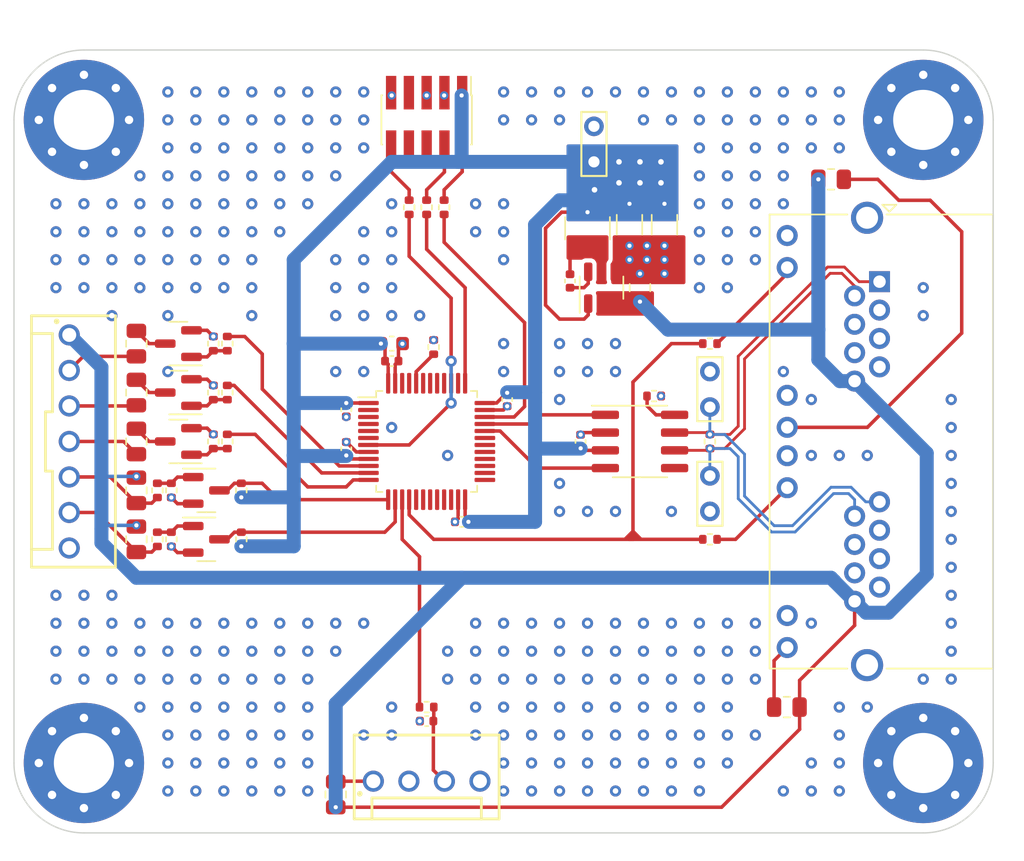
<source format=kicad_pcb>
(kicad_pcb (version 20211014) (generator pcbnew)
  (layers (0 "F.Cu" signal) (1 "In1.Cu" signal) (2 "In2.Cu" signal) (31 "B.Cu" signal) (34 "B.Paste" user) (35 "F.Paste" user) (36 "B.SilkS" user "B.Silkscreen") (37 "F.SilkS" user "F.Silkscreen") (38 "B.Mask" user) (39 "F.Mask" user) (44 "Edge.Cuts" user))
  (net 0 "")
  (net 1 "+24V")
  (net 2 "GND")
  (net 3 "+3V3")
  (net 4 "Net-(C8-Pad1)")
  (net 5 "Net-(C8-Pad2)")
  (net 6 "/SWDIO_CONN")
  (net 7 "/SWCLK_CONN")
  (net 11 "/NRST_CONN")
  (net 12 "/CAN+")
  (net 13 "/CAN-")
  (net 14 "Net-(C11-Pad1)")
  (net 15 "/ALM+")
  (net 16 "/LED1")
  (net 17 "/LED2")
  (net 18 "/POS+")
  (net 19 "/ENA-")
  (net 20 "/LED3")
  (net 21 "/LED4")
  (net 22 "Net-(R1-Pad1)")
  (net 23 "/SWDIO")
  (net 24 "/NRST")
  (net 25 "/SWCLK")
  (net 26 "/DIR-")
  (net 32 "/PUL-")
  (net 33 "Net-(J3-Pad1)")
  (net 38 "Net-(Q1-Pad1)")
  (net 52 "/CAN_RX")
  (net 53 "/CAN_TX")
  (net 63 "Net-(Q1-Pad3)")
  (net 64 "Net-(Q2-Pad1)")
  (net 65 "Net-(Q2-Pad3)")
  (net 66 "Net-(Q3-Pad1)")
  (net 67 "Net-(Q3-Pad3)")
  (net 68 "Net-(Q4-Pad1)")
  (net 69 "/POS_MCU")
  (net 70 "Net-(Q5-Pad1)")
  (net 71 "/ALM_MCU")
  (net 72 "/PUL_MCU")
  (net 73 "/DIR_MCU")
  (net 74 "/ENA_MCU")
  (net 75 "/HOME")
  (net 76 "Net-(R24-Pad1)")
  (net 77 "/STATUS")
  (footprint "Capacitor_SMD:C_1206_3216Metric" (layer "F.Cu") (at 159.5 83.5 -90)
    (fp_text reference "C10")
    (fp_text value "22u")
  )
  (footprint "Package_TO_SOT_SMD:SOT-23" (layer "F.Cu") (at 126.75 106)
    (fp_text reference "Q5")
    (fp_text value "AO3400A")
  )
  (footprint "Resistor_SMD:R_0402_1005Metric" (layer "F.Cu") (at 128.25 99 -90)
    (fp_text reference "R7")
    (fp_text value "1k")
  )
  (footprint "WR-WTB:61900711121" (layer "F.Cu") (at 117.25 99 90)
    (fp_text reference "J2")
    (fp_text value "Conn_01x07")
  )
  (footprint "Package_TO_SOT_SMD:TSOT-23-6" (layer "F.Cu") (at 155 88 90)
    (fp_text reference "U2")
    (fp_text value "AP63200WU")
  )
  (footprint "MountingHole:MountingHole_4.3mm_M4_Pad_Via" (layer "F.Cu") (at 118 122)
    (fp_text reference "H2")
    (fp_text value "M4")
  )
  (footprint "Resistor_SMD:R_0805_2012Metric" (layer "F.Cu") (at 136 124.25 90)
    (fp_text reference "R23")
    (fp_text value "2.2k 500mW")
  )
  (footprint "Resistor_SMD:R_0402_1005Metric" (layer "F.Cu") (at 128.25 92 -90)
    (fp_text reference "R5")
    (fp_text value "1k")
  )
  (footprint "Package_TO_SOT_SMD:SOT-23" (layer "F.Cu") (at 124.75 99 180)
    (fp_text reference "Q3")
    (fp_text value "AO3400A")
  )
  (footprint "MountingHole:MountingHole_4.3mm_M4_Pad_Via" (layer "F.Cu") (at 178 122)
    (fp_text reference "H1")
    (fp_text value "M4")
  )
  (footprint "Resistor_SMD:R_0402_1005Metric" (layer "F.Cu") (at 141.25 82.25 -90)
    (fp_text reference "R3")
    (fp_text value "100")
  )
  (footprint "Capacitor_SMD:C_0603_1608Metric" (layer "F.Cu") (at 140.005 92)
    (fp_text reference "C1")
    (fp_text value "4.7u")
  )
  (footprint "Resistor_SMD:R_0402_1005Metric" (layer "F.Cu") (at 142.5 82.25 -90)
    (fp_text reference "R4")
    (fp_text value "100")
  )
  (footprint "Package_QFP:LQFP-48_7x7mm_P0.5mm" (layer "F.Cu") (at 142.5 99)
    (fp_text reference "U1")
    (fp_text value "STM32F103C8Tx")
  )
  (footprint "TestPoint:TestPoint_2Pads_Pitch2.54mm_Drill0.8mm" (layer "F.Cu") (at 154.46 76.46 -90)
    (fp_text reference "TP1")
    (fp_text value "TestPoint_3V3")
  )
  (footprint "Capacitor_SMD:C_0402_1005Metric" (layer "F.Cu") (at 140.005 93.25)
    (fp_text reference "C2")
    (fp_text value "100n")
  )
  (footprint "Resistor_SMD:R_0402_1005Metric" (layer "F.Cu") (at 123.25 106 -90)
    (fp_text reference "R19")
    (fp_text value "1k")
  )
  (footprint "Resistor_SMD:R_0402_1005Metric" (layer "F.Cu") (at 162.75 106)
    (fp_text reference "R26")
    (fp_text value "330")
  )
  (footprint "Capacitor_SMD:C_0402_1005Metric" (layer "F.Cu") (at 153.5 99 90)
    (fp_text reference "C12")
    (fp_text value "100n")
  )
  (footprint "Resistor_SMD:R_0402_1005Metric" (layer "F.Cu") (at 127.25 92 90)
    (fp_text reference "R8")
    (fp_text value "10k")
  )
  (footprint "MountingHole:MountingHole_4.3mm_M4_Pad_Via" (layer "F.Cu") (at 178 76)
    (fp_text reference "H4")
    (fp_text value "M4")
  )
  (footprint "WR-WTB:61900411121" (layer "F.Cu") (at 142.5 123 180)
    (fp_text reference "J3")
    (fp_text value "Conn_01x04")
  )
  (footprint "Capacitor_SMD:C_0402_1005Metric" (layer "F.Cu") (at 145.005 104.75 180)
    (fp_text reference "C5")
    (fp_text value "100n")
  )
  (footprint "Resistor_SMD:R_0805_2012Metric" (layer "F.Cu") (at 121.75 102.5 -90)
    (fp_text reference "R21")
    (fp_text value "2.2k 500mW")
  )
  (footprint "Resistor_SMD:R_0402_1005Metric" (layer "F.Cu") (at 127.25 95.5 90)
    (fp_text reference "R9")
    (fp_text value "10k")
  )
  (footprint "Capacitor_SMD:C_1206_3216Metric" (layer "F.Cu") (at 157 83.5 -90)
    (fp_text reference "C9")
    (fp_text value "22u")
  )
  (footprint "Resistor_SMD:R_0402_1005Metric" (layer "F.Cu") (at 124.25 106 -90)
    (fp_text reference "R17")
    (fp_text value "10k")
  )
  (footprint "Resistor_SMD:R_0402_1005Metric" (layer "F.Cu") (at 158.76 95.75)
    (fp_text reference "R24")
    (fp_text value "10k")
  )
  (footprint "Resistor_SMD:R_0805_2012Metric" (layer "F.Cu") (at 121.75 92 90)
    (fp_text reference "R11")
    (fp_text value "2.2k 500mW")
  )
  (footprint "Resistor_SMD:R_0402_1005Metric" (layer "F.Cu") (at 162.75 92)
    (fp_text reference "R25")
    (fp_text value "330")
  )
  (footprint "Resistor_SMD:R_0402_1005Metric" (layer "F.Cu") (at 162.75 99 90)
    (fp_text reference "R27")
    (fp_text value "120")
  )
  (footprint "Resistor_SMD:R_0805_2012Metric" (layer "F.Cu") (at 171.4125 80.25)
    (fp_text reference "R28")
    (fp_text value "2.2k 500mW")
  )
  (footprint "Connector_PinHeader_1.27mm:PinHeader_2x05_P1.27mm_Vertical_SMD" (layer "F.Cu") (at 142.5 76 -90)
    (fp_text reference "J1")
    (fp_text value "Conn_02x05_Odd_Even")
  )
  (footprint "Inductor_SMD:L_Abracon_ASPI-3012S" (layer "F.Cu") (at 154 83.75 90)
    (fp_text reference "L1")
    (fp_text value "3.9uH")
  )
  (footprint "Resistor_SMD:R_0402_1005Metric" (layer "F.Cu") (at 129.25 102.5 90)
    (fp_text reference "R14")
    (fp_text value "10k")
  )
  (footprint "Resistor_SMD:R_0402_1005Metric" (layer "F.Cu") (at 143.75 82.25 -90)
    (fp_text reference "R2")
    (fp_text value "100")
  )
  (footprint "Capacitor_SMD:C_0402_1005Metric" (layer "F.Cu") (at 148.255 96 -90)
    (fp_text reference "C4")
    (fp_text value "100n")
  )
  (footprint "Package_SO:SOIC-8_3.9x4.9mm_P1.27mm" (layer "F.Cu") (at 157.75 99)
    (fp_text reference "U3")
    (fp_text value "SN65HVD230")
  )
  (footprint "Capacitor_SMD:C_0402_1005Metric" (layer "F.Cu") (at 136.755 96.73 -90)
    (fp_text reference "C7")
    (fp_text value "100n")
  )
  (footprint "Resistor_SMD:R_0402_1005Metric" (layer "F.Cu") (at 143 92.25 90)
    (fp_text reference "R1")
    (fp_text value "10k")
  )
  (footprint "Capacitor_SMD:C_0402_1005Metric" (layer "F.Cu") (at 152.75 87.52 90)
    (fp_text reference "C8")
    (fp_text value "100n")
  )
  (footprint "Resistor_SMD:R_0805_2012Metric" (layer "F.Cu") (at 121.75 95.5 90)
    (fp_text reference "R12")
    (fp_text value "2.2k 500mW")
  )
  (footprint "Connector_RJ:RJ45_Amphenol_RJHSE538X-02" (layer "F.Cu") (at 174.875 87.57 -90)
    (fp_text reference "J4")
    (fp_text value "RJ45_LED_Shielded_x2")
  )
  (footprint "TestPoint:TestPoint_2Pads_Pitch2.54mm_Drill0.8mm" (layer "F.Cu") (at 162.75 94 -90)
    (fp_text reference "TP2")
    (fp_text value "TestPoint_CANH")
  )
  (footprint "Resistor_SMD:R_0402_1005Metric" (layer "F.Cu") (at 128.25 95.5 -90)
    (fp_text reference "R6")
    (fp_text value "1k")
  )
  (footprint "MountingHole:MountingHole_4.3mm_M4_Pad_Via" (layer "F.Cu") (at 118 76)
    (fp_text reference "H3")
    (fp_text value "M4")
  )
  (footprint "TestPoint:TestPoint_2Pads_Pitch2.54mm_Drill0.8mm" (layer "F.Cu") (at 162.75 104 90)
    (fp_text reference "TP3")
    (fp_text value "TestPoint_CANL")
  )
  (footprint "Capacitor_SMD:C_0402_1005Metric" (layer "F.Cu") (at 142.5 119 180)
    (fp_text reference "C11")
    (fp_text value "1u")
  )
  (footprint "Capacitor_SMD:C_0805_2012Metric" (layer "F.Cu") (at 157.75 88 90)
    (fp_text reference "C3")
    (fp_text value "10u")
  )
  (footprint "Resistor_SMD:R_0805_2012Metric" (layer "F.Cu") (at 168.25 118 180)
    (fp_text reference "R29")
    (fp_text value "2.2k 500mW")
  )
  (footprint "Package_TO_SOT_SMD:SOT-23" (layer "F.Cu") (at 124.75 92 180)
    (fp_text reference "Q1")
    (fp_text value "AO3400A")
  )
  (footprint "Package_TO_SOT_SMD:SOT-23" (layer "F.Cu") (at 126.75 102.5)
    (fp_text reference "Q4")
    (fp_text value "AO3400A")
  )
  (footprint "Resistor_SMD:R_0402_1005Metric" (layer "F.Cu") (at 127.25 99 90)
    (fp_text reference "R10")
    (fp_text value "10k")
  )
  (footprint "Resistor_SMD:R_0402_1005Metric" (layer "F.Cu") (at 123.25 102.5 -90)
    (fp_text reference "R18")
    (fp_text value "1k")
  )
  (footprint "Package_TO_SOT_SMD:SOT-23" (layer "F.Cu") (at 124.75 95.5 180)
    (fp_text reference "Q2")
    (fp_text value "AO3400A")
  )
  (footprint "Resistor_SMD:R_0402_1005Metric" (layer "F.Cu") (at 129.25 106 90)
    (fp_text reference "R15")
    (fp_text value "10k")
  )
  (footprint "Resistor_SMD:R_0805_2012Metric" (layer "F.Cu") (at 121.75 99 90)
    (fp_text reference "R13")
    (fp_text value "2.2k 500mW")
  )
  (footprint "Resistor_SMD:R_0402_1005Metric" (layer "F.Cu") (at 142.5 118)
    (fp_text reference "R20")
    (fp_text value "1k")
  )
  (footprint "Capacitor_SMD:C_0402_1005Metric" (layer "F.Cu") (at 136.755 99.52 90)
    (fp_text reference "C6")
    (fp_text value "100n")
  )
  (footprint "Resistor_SMD:R_0805_2012Metric" (layer "F.Cu") (at 121.75 106 -90)
    (fp_text reference "R22")
    (fp_text value "2.2k 500mW")
  )
  (footprint "Resistor_SMD:R_0402_1005Metric" (layer "F.Cu") (at 124.25 102.5 -90)
    (fp_text reference "R16")
    (fp_text value "10k")
  )
  (gr_arc (start 178 71) (mid 181.535534 72.464466) (end 183 76) (layer "Edge.Cuts") (width 0.1))
  (gr_line (start 183 122) (end 183 76) (layer "Edge.Cuts") (width 0.1))
  (gr_line (start 178 71) (end 118 71) (layer "Edge.Cuts") (width 0.1))
  (gr_line (start 113 76) (end 113 122) (layer "Edge.Cuts") (width 0.1))
  (gr_line (start 118 127) (end 178 127) (layer "Edge.Cuts") (width 0.1))
  (gr_arc (start 118 127) (mid 114.464466 125.535534) (end 113 122) (layer "Edge.Cuts") (width 0.1))
  (gr_arc (start 113 76) (mid 114.464466 72.464466) (end 118 71) (layer "Edge.Cuts") (width 0.1))
  (gr_arc (start 183 122) (mid 181.535534 125.535534) (end 178 127) (layer "Edge.Cuts") (width 0.1))
  (segment (start 136 125.1625) (end 163.5875 125.1625) (width 0.25) (layer "F.Cu") (net 1))
  (segment (start 169.1625 119.5875) (end 169.1625 118) (width 0.25) (layer "F.Cu") (net 1))
  (segment (start 163.5875 125.1625) (end 169.1625 119.5875) (width 0.25) (layer "F.Cu") (net 1))
  (segment (start 173.095 112.155) (end 173.095 110.432) (width 0.25) (layer "F.Cu") (net 1))
  (segment (start 169.1625 116.0875) (end 173.095 112.155) (width 0.25) (layer "F.Cu") (net 1))
  (segment (start 169.1625 118) (end 169.1625 116.0875) (width 0.25) (layer "F.Cu") (net 1))
  (via (at 136 125.1625) (size 0.6) (drill 0.3) (layers "F.Cu" "B.Cu") (net 1))
  (via (at 157.75 89) (size 0.6) (drill 0.3) (layers "F.Cu" "B.Cu") (net 1))
  (via (at 170.5 80.25) (size 0.6) (drill 0.3) (layers "F.Cu" "B.Cu") (net 1))
  (via (at 121.75 101.5) (size 0.6) (drill 0.3) (layers "F.Cu" "B.Cu") (net 1))
  (via (at 121.75 105) (size 0.6) (drill 0.3) (layers "F.Cu" "B.Cu") (net 1))
  (segment (start 159.75 91) (end 157.75 89) (width 1) (layer "B.Cu") (net 1))
  (segment (start 136 125.1625) (end 136 117.75) (width 1) (layer "B.Cu") (net 1))
  (segment (start 175.5 111.25) (end 173.913 111.25) (width 1) (layer "B.Cu") (net 1))
  (segment (start 170.5 91) (end 170.5 93.14766) (width 1) (layer "B.Cu") (net 1))
  (segment (start 178.25 99.837) (end 178.25 108.5) (width 1) (layer "B.Cu") (net 1))
  (segment (start 145 108.75) (end 171.413 108.75) (width 1) (layer "B.Cu") (net 1))
  (segment (start 173.913 111.25) (end 173.095 110.432) (width 1) (layer "B.Cu") (net 1))
  (segment (start 172.03434 94.682) (end 173.095 94.682) (width 1) (layer "B.Cu") (net 1))
  (segment (start 170.5 80.25) (end 170.5 91) (width 1) (layer "B.Cu") (net 1))
  (segment (start 145 108.75) (end 121.75 108.75) (width 1) (layer "B.Cu") (net 1))
  (segment (start 170.5 91) (end 159.75 91) (width 1) (layer "B.Cu") (net 1))
  (segment (start 121.75 101.5) (end 119.5 101.5) (width 0.25) (layer "B.Cu") (net 1))
  (segment (start 173.095 94.682) (end 178.25 99.837) (width 1) (layer "B.Cu") (net 1))
  (segment (start 171.413 108.75) (end 171.645489 108.982489) (width 1) (layer "B.Cu") (net 1))
  (segment (start 121.75 105) (end 119.5 105) (width 0.25) (layer "B.Cu") (net 1))
  (segment (start 170.5 93.14766) (end 172.03434 94.682) (width 1) (layer "B.Cu") (net 1))
  (segment (start 178.25 108.5) (end 175.5 111.25) (width 1) (layer "B.Cu") (net 1))
  (segment (start 171.645489 109.000408) (end 173.077081 110.432) (width 1) (layer "B.Cu") (net 1))
  (segment (start 119.5 105) (end 119.25 105.25) (width 0.25) (layer "B.Cu") (net 1))
  (segment (start 119.25 105.25) (end 119.25 101.25) (width 1) (layer "B.Cu") (net 1))
  (segment (start 173.077081 110.432) (end 173.095 110.432) (width 1) (layer "B.Cu") (net 1))
  (segment (start 136 117.75) (end 145 108.75) (width 1) (layer "B.Cu") (net 1))
  (segment (start 119.25 93.68) (end 116.95 91.38) (width 1) (layer "B.Cu") (net 1))
  (segment (start 119.25 106.25) (end 119.25 105.25) (width 1) (layer "B.Cu") (net 1))
  (segment (start 119.5 101.5) (end 119.25 101.25) (width 0.25) (layer "B.Cu") (net 1))
  (segment (start 121.75 108.75) (end 119.25 106.25) (width 1) (layer "B.Cu") (net 1))
  (segment (start 171.645489 108.982489) (end 171.645489 109.000408) (width 1) (layer "B.Cu") (net 1))
  (segment (start 119.25 101.25) (end 119.25 93.68) (width 1) (layer "B.Cu") (net 1))
  (segment (start 126.81 98.05) (end 127.25 98.49) (width 0.25) (layer "F.Cu") (net 2))
  (segment (start 144.75 104.525) (end 144.525 104.75) (width 0.25) (layer "F.Cu") (net 2))
  (segment (start 126.81 94.55) (end 127.25 94.99) (width 0.25) (layer "F.Cu") (net 2))
  (segment (start 126.81 91.05) (end 127.25 91.49) (width 0.25) (layer "F.Cu") (net 2))
  (segment (start 124.69 106.95) (end 124.25 106.51) (width 0.25) (layer "F.Cu") (net 2))
  (segment (start 147.985 96.75) (end 148.255 96.48) (width 0.25) (layer "F.Cu") (net 2))
  (segment (start 140.25 93.485) (end 140.485 93.25) (width 0.25) (layer "F.Cu") (net 2))
  (segment (start 125.8125 103.45) (end 125.8 103.45) (width 0.25) (layer "F.Cu") (net 2))
  (segment (start 124.69 103.45) (end 124.25 103.01) (width 0.25) (layer "F.Cu") (net 2))
  (segment (start 153.655 98.365) (end 153.51 98.51) (width 0.25) (layer "F.Cu") (net 2))
  (segment (start 140.765 92.015) (end 140.78 92) (width 0.25) (layer "F.Cu") (net 2))
  (segment (start 137.47193 99.75) (end 136.76193 99.04) (width 0.25) (layer "F.Cu") (net 2))
  (segment (start 125.8125 106.95) (end 124.69 106.95) (width 0.25) (layer "F.Cu") (net 2))
  (segment (start 125.8 103.45) (end 124.69 103.45) (width 0.25) (layer "F.Cu") (net 2))
  (segment (start 155.275 98.365) (end 153.655 98.365) (width 0.25) (layer "F.Cu") (net 2))
  (segment (start 153.51 98.51) (end 153.5 98.52) (width 0.25) (layer "F.Cu") (net 2))
  (segment (start 136.76193 99.04) (end 136.755 99.04) (width 0.25) (layer "F.Cu") (net 2))
  (segment (start 125.6875 91.05) (end 126.81 91.05) (width 0.25) (layer "F.Cu") (net 2))
  (segment (start 140.25 94.8375) (end 140.25 93.485) (width 0.25) (layer "F.Cu") (net 2))
  (segment (start 140.485 92.295) (end 140.765 92.015) (width 0.25) (layer "F.Cu") (net 2))
  (segment (start 125.6875 98.05) (end 126.81 98.05) (width 0.25) (layer "F.Cu") (net 2))
  (segment (start 125.6875 94.55) (end 126.81 94.55) (width 0.25) (layer "F.Cu") (net 2))
  (segment (start 146.6625 96.75) (end 147.985 96.75) (width 0.25) (layer "F.Cu") (net 2))
  (segment (start 138.3375 99.75) (end 137.47193 99.75) (width 0.25) (layer "F.Cu") (net 2))
  (segment (start 140.485 93.25) (end 140.485 92.295) (width 0.25) (layer "F.Cu") (net 2))
  (segment (start 144.75 103.1625) (end 144.75 104.525) (width 0.25) (layer "F.Cu") (net 2))
  (via (at 126 88) (size 0.8) (drill 0.4) (layers "F.Cu" "B.Cu") (net 2))
  (via (at 164 78) (size 0.8) (drill 0.4) (layers "F.Cu" "B.Cu") (net 2))
  (via (at 118 82) (size 0.8) (drill 0.4) (layers "F.Cu" "B.Cu") (net 2))
  (via (at 122 82) (size 0.8) (drill 0.4) (layers "F.Cu" "B.Cu") (net 2))
  (via (at 132 82) (size 0.8) (drill 0.4) (layers "F.Cu" "B.Cu") (net 2))
  (via (at 130 86) (size 0.8) (drill 0.4) (layers "F.Cu" "B.Cu") (net 2))
  (via (at 138 112) (size 0.8) (drill 0.4) (layers "F.Cu" "B.Cu") (net 2))
  (via (at 130 76) (size 0.8) (drill 0.4) (layers "F.Cu" "B.Cu") (net 2))
  (via (at 116 84) (size 0.8) (drill 0.4) (layers "F.Cu" "B.Cu") (net 2))
  (via (at 166 82) (size 0.8) (drill 0.4) (layers "F.Cu" "B.Cu") (net 2))
  (via (at 144 116) (size 0.8) (drill 0.4) (layers "F.Cu" "B.Cu") (net 2))
  (via (at 120 82) (size 0.8) (drill 0.4) (layers "F.Cu" "B.Cu") (net 2))
  (via (at 150 116) (size 0.8) (drill 0.4) (layers "F.Cu" "B.Cu") (net 2))
  (via (at 164 76) (size 0.8) (drill 0.4) (layers "F.Cu" "B.Cu") (net 2))
  (via (at 166 120) (size 0.8) (drill 0.4) (layers "F.Cu" "B.Cu") (net 2))
  (via (at 162 88) (size 0.8) (drill 0.4) (layers "F.Cu" "B.Cu") (net 2))
  (via (at 130 124) (size 0.8) (drill 0.4) (layers "F.Cu" "B.Cu") (net 2))
  (via (at 116 86) (size 0.8) (drill 0.4) (layers "F.Cu" "B.Cu") (net 2))
  (via (at 122 86) (size 0.8) (drill 0.4) (layers "F.Cu" "B.Cu") (net 2))
  (via (at 152 124) (size 0.8) (drill 0.4) (layers "F.Cu" "B.Cu") (net 2))
  (via (at 180 104) (size 0.8) (drill 0.4) (layers "F.Cu" "B.Cu") (net 2))
  (via (at 138 94) (size 0.8) (drill 0.4) (layers "F.Cu" "B.Cu") (net 2))
  (via (at 126 86) (size 0.8) (drill 0.4) (layers "F.Cu" "B.Cu") (net 2))
  (via (at 178 88) (size 0.8) (drill 0.4) (layers "F.Cu" "B.Cu") (net 2))
  (via (at 143 91.75) (size 0.6) (drill 0.3) (layers "F.Cu" "B.Cu") (net 2))
  (via (at 130 116) (size 0.8) (drill 0.4) (layers "F.Cu" "B.Cu") (net 2))
  (via (at 156 94) (size 0.8) (drill 0.4) (layers "F.Cu" "B.Cu") (net 2))
  (via (at 162 82) (size 0.8) (drill 0.4) (layers "F.Cu" "B.Cu") (net 2))
  (via (at 170 78) (size 0.8) (drill 0.4) (layers "F.Cu" "B.Cu") (net 2))
  (via (at 128 112) (size 0.8) (drill 0.4) (layers "F.Cu" "B.Cu") (net 2))
  (via (at 162 122) (size 0.8) (drill 0.4) (layers "F.Cu" "B.Cu") (net 2))
  (via (at 146 82) (size 0.8) (drill 0.4) (layers "F.Cu" "B.Cu") (net 2))
  (via (at 156 120) (size 0.8) (drill 0.4) (layers "F.Cu" "B.Cu") (net 2))
  (via (at 138 90) (size 0.8) (drill 0.4) (layers "F.Cu" "B.Cu") (net 2))
  (via (at 118 114) (size 0.8) (drill 0.4) (layers "F.Cu" "B.Cu") (net 2))
  (via (at 138 88) (size 0.8) (drill 0.4) (layers "F.Cu" "B.Cu") (net 2))
  (via (at 158 114) (size 0.8) (drill 0.4) (layers "F.Cu" "B.Cu") (net 2))
  (via (at 130 84) (size 0.8) (drill 0.4) (layers "F.Cu" "B.Cu") (net 2))
  (via (at 136 90) (size 0.8) (drill 0.4) (layers "F.Cu" "B.Cu") (net 2))
  (via (at 158 120) (size 0.8) (drill 0.4) (layers "F.Cu" "B.Cu") (net 2))
  (via (at 130 88) (size 0.8) (drill 0.4) (layers "F.Cu" "B.Cu") (net 2))
  (via (at 140 82) (size 0.8) (drill 0.4) (layers "F.Cu" "B.Cu") (net 2))
  (via (at 172 122) (size 0.8) (drill 0.4) (layers "F.Cu" "B.Cu") (net 2))
  (via (at 124 86) (size 0.8) (drill 0.4) (layers "F.Cu" "B.Cu") (net 2))
  (via (at 154 92) (size 0.8) (drill 0.4) (layers "F.Cu" "B.Cu") (net 2))
  (via (at 136 114) (size 0.8) (drill 0.4) (layers "F.Cu" "B.Cu") (net 2))
  (via (at 126 112) (size 0.8) (drill 0.4) (layers "F.Cu" "B.Cu") (net 2))
  (via (at 180 102) (size 0.8) (drill 0.4) (layers "F.Cu" "B.Cu") (net 2))
  (via (at 150 76) (size 0.8) (drill 0.4) (layers "F.Cu" "B.Cu") (net 2))
  (via (at 130 112) (size 0.8) (drill 0.4) (layers "F.Cu" "B.Cu") (net 2))
  (via (at 158 116) (size 0.8) (drill 0.4) (layers "F.Cu" "B.Cu") (net 2))
  (via (at 138 74) (size 0.8) (drill 0.4) (layers "F.Cu" "B.Cu") (net 2))
  (via (at 156 74) (size 0.8) (drill 0.4) (layers "F.Cu" "B.Cu") (net 2))
  (via (at 124 74) (size 0.8) (drill 0.4) (layers "F.Cu" "B.Cu") (net 2))
  (via (at 178 116) (size 0.8) (drill 0.4) (layers "F.Cu" "B.Cu") (net 2))
  (via (at 118 86) (size 0.8) (drill 0.4) (layers "F.Cu" "B.Cu") (net 2))
  (via (at 138 76) (size 0.8) (drill 0.4) (layers "F.Cu" "B.Cu") (net 2))
  (via (at 140 120) (size 0.8) (drill 0.4) (layers "F.Cu" "B.Cu") (net 2))
  (via (at 152 114) (size 0.8) (drill 0.4) (layers "F.Cu" "B.Cu") (net 2))
  (via (at 157.75 87) (size 0.6) (drill 0.3) (layers "F.Cu" "B.Cu") (net 2))
  (via (at 159.25 95.75) (size 0.6) (drill 0.3) (layers "F.Cu" "B.Cu") (net 2))
  (via (at 132 124) (size 0.8) (drill 0.4) (layers "F.Cu" "B.Cu") (net 2))
  (via (at 159.5 86) (size 0.6) (drill 0.3) (layers "F.Cu" "B.Cu") (net 2))
  (via (at 128 82) (size 0.8) (drill 0.4) (layers "F.Cu" "B.Cu") (net 2))
  (via (at 164 120) (size 0.8) (drill 0.4) (layers "F.Cu" "B.Cu") (net 2))
  (via (at 174 100) (size 0.8) (drill 0.4) (layers "F.Cu" "B.Cu") (net 2))
  (via (at 134 80) (size 0.8) (drill 0.4) (layers "F.Cu" "B.Cu") (net 2))
  (via (at 148 94) (size 0.8) (drill 0.4) (layers "F.Cu" "B.Cu") (net 2))
  (via (at 164 112) (size 0.8) (drill 0.4) (layers "F.Cu" "B.Cu") (net 2))
  (via (at 138 84) (size 0.8) (drill 0.4) (layers "F.Cu" "B.Cu") (net 2))
  (via (at 158 76) (size 0.8) (drill 0.4) (layers "F.Cu" "B.Cu") (net 2))
  (via (at 164 80) (size 0.8) (drill 0.4) (layers "F.Cu" "B.Cu") (net 2))
  (via (at 130 90) (size 0.8) (drill 0.4) (layers "F.Cu" "B.Cu") (net 2))
  (via (at 116 114) (size 0.8) (drill 0.4) (layers "F.Cu" "B.Cu") (net 2))
  (via (at 160 76) (size 0.8) (drill 0.4) (layers "F.Cu" "B.Cu") (net 2))
  (via (at 162 124) (size 0.8) (drill 0.4) (layers "F.Cu" "B.Cu") (net 2))
  (via (at 154 116) (size 0.8) (drill 0.4) (layers "F.Cu" "B.Cu") (net 2))
  (via (at 164 82) (size 0.8) (drill 0.4) (layers "F.Cu" "B.Cu") (net 2))
  (via (at 156 92) (size 0.8) (drill 0.4) (layers "F.Cu" "B.Cu") (net 2))
  (via (at 160 112) (size 0.8) (drill 0.4) (layers "F.Cu" "B.Cu") (net 2))
  (via (at 124 88) (size 0.8) (drill 0.4) (layers "F.Cu" "B.Cu") (net 2))
  (via (at 154 122) (size 0.8) (drill 0.4) (layers "F.Cu" "B.Cu") (net 2))
  (via (at 170 76) (size 0.8) (drill 0.4) (layers "F.Cu" "B.Cu") (net 2))
  (via (at 150 118) (size 0.8) (drill 0.4) (layers "F.Cu" "B.Cu") (net 2))
  (via (at 158.25 85) (size 0.6) (drill 0.3) (layers "F.Cu" "B.Cu") (net 2))
  (via (at 124 112) (size 0.8) (drill 0.4) (layers "F.Cu" "B.Cu") (net 2))
  (via (at 150 74) (size 0.8) (drill 0.4) (layers "F.Cu" "B.Cu") (net 2))
  (via (at 158 112) (size 0.8) (drill 0.4) (layers "F.Cu" "B.Cu") (net 2))
  (via (at 144.525 104.75) (size 0.6) (drill 0.3) (layers "F.Cu" "B.Cu") (net 2))
  (via (at 126 124) (size 0.8) (drill 0.4) (layers "F.Cu" "B.Cu") (net 2))
  (via (at 158.25 86) (size 0.6) (drill 0.3) (layers "F.Cu" "B.Cu") (net 2))
  (via (at 152 92) (size 0.8) (drill 0.4) (layers "F.Cu" "B.Cu") (net 2))
  (via (at 140 84) (size 0.8) (drill 0.4) (layers "F.Cu" "B.Cu") (net 2))
  (via (at 156 124) (size 0.8) (drill 0.4) (layers "F.Cu" "B.Cu") (net 2))
  (via (at 142.5 74.25) (size 0.6) (drill 0.3) (layers "F.Cu" "B.Cu") (net 2))
  (via (at 154 112) (size 0.8) (drill 0.4) (layers "F.Cu" "B.Cu") (net 2))
  (via (at 126 114) (size 0.8) (drill 0.4) (layers "F.Cu" "B.Cu") (net 2))
  (via (at 170 96) (size 0.8) (drill 0.4) (layers "F.Cu" "B.Cu") (net 2))
  (via (at 164 114) (size 0.8) (drill 0.4) (layers "F.Cu" "B.Cu") (net 2))
  (via (at 128 122) (size 0.8) (drill 0.4) (layers "F.Cu" "B.Cu") (net 2))
  (via (at 138 120) (size 0.8) (drill 0.4) (layers "F.Cu" "B.Cu") (net 2))
  (via (at 168 82) (size 0.8) (drill 0.4) (layers "F.Cu" "B.Cu") (net 2))
  (via (at 168 94) (size 0.8) (drill 0.4) (layers "F.Cu" "B.Cu") (net 2))
  (via (at 136 76) (size 0.8) (drill 0.4) (layers "F.Cu" "B.Cu") (net 2))
  (via (at 164 88) (size 0.8) (drill 0.4) (layers "F.Cu" "B.Cu") (net 2))
  (via (at 132 80) (size 0.8) (drill 0.4) (layers "F.Cu" "B.Cu") (net 2))
  (via (at 136 88) (size 0.8) (drill 0.4) (layers "F.Cu" "B.Cu") (net 2))
  (via (at 148 76) (size 0.8) (drill 0.4) (layers "F.Cu" "B.Cu") (net 2))
  (via (at 134 124) (size 0.8) (drill 0.4) (layers "F.Cu" "B.Cu") (net 2))
  (via (at 152 112) (size 0.8) (drill 0.4) (layers "F.Cu" "B.Cu") (net 2))
  (via (at 130 114) (size 0.8) (drill 0.4) (layers "F.Cu" "B.Cu") (net 2))
  (via (at 130 122) (size 0.8) (drill 0.4) (layers "F.Cu" "B.Cu") (net 2))
  (via (at 136 74) (size 0.8) (drill 0.4) (layers "F.Cu" "B.Cu") (net 2))
  (via (at 162 114) (size 0.8) (drill 0.4) (layers "F.Cu" "B.Cu") (net 2))
  (via (at 126 82) (size 0.8) (drill 0.4) (layers "F.Cu" "B.Cu") (net 2))
  (via (at 128 86) (size 0.8) (drill 0.4) (layers "F.Cu" "B.Cu") (net 2))
  (via (at 120 114) (size 0.8) (drill 0.4) (layers "F.Cu" "B.Cu") (net 2))
  (via (at 164 86) (size 0.8) (drill 0.4) (layers "F.Cu" "B.Cu") (net 2))
  (via (at 154 124) (size 0.8) (drill 0.4) (layers "F.Cu" "B.Cu") (net 2))
  (via (at 148 112) (size 0.8) (drill 0.4) (layers "F.Cu" "B.Cu") (net 2))
  (via (at 156 114) (size 0.8) (drill 0.4) (layers "F.Cu" "B.Cu") (net 2))
  (via (at 154 74) (size 0.8) (drill 0.4) (layers "F.Cu" "B.Cu") (net 2))
  (via (at 120 88) (size 0.8) (drill 0.4) (layers "F.Cu" "B.Cu") (net 2))
  (via (at 124 114) (size 0.8) (drill 0.4) (layers "F.Cu" "B.Cu") (net 2))
  (via (at 157 86) (size 0.6) (drill 0.3) (layers "F.Cu" "B.Cu") (net 2))
  (via (at 134 76) (size 0.8) (drill 0.4) (layers "F.Cu" "B.Cu") (net 2))
  (via (at 144 100) (size 0.8) (drill 0.4) (layers "F.Cu" "B.Cu") (net 2))
  (via (at 116 82) (size 0.8) (drill 0.4) (layers "F.Cu" "B.Cu") (net 2))
  (via (at 164 118) (size 0.8) (drill 0.4) (layers "F.Cu" "B.Cu") (net 2))
  (via (at 118 116) (size 0.8) (drill 0.4) (layers "F.Cu" "B.Cu") (net 2))
  (via (at 148.255 96.48) (size 0.6) (drill 0.3) (layers "F.Cu" "B.Cu") (net 2))
  (via (at 154 104) (size 0.8) (drill 0.4) (layers "F.Cu" "B.Cu") (net 2))
  (via (at 170 74) (size 0.8) (drill 0.4) (layers "F.Cu" "B.Cu") (net 2))
  (via (at 166 74) (size 0.8) (drill 0.4) (layers "F.Cu" "B.Cu") (net 2))
  (via (at 172 120) (size 0.8) (drill 0.4) (layers "F.Cu" "B.Cu") (net 2))
  (via (at 152 74) (size 0.8) (drill 0.4) (layers "F.Cu" "B.Cu") (net 2))
  (via (at 156 116) (size 0.8) (drill 0.4) (layers "F.Cu" "B.Cu") (net 2))
  (via (at 168 74) (size 0.8) (drill 0.4) (layers "F.Cu" "B.Cu") (net 2))
  (via (at 162 78) (size 0.8) (drill 0.4) (layers "F.Cu" "B.Cu") (net 2))
  (via (at 148 124) (size 0.8) (drill 0.4) (layers "F.Cu" "B.Cu") (net 2))
  (via (at 120 116) (size 0.8) (drill 0.4) (layers "F.Cu" "B.Cu") (net 2))
  (via (at 128 74) (size 0.8) (drill 0.4) (layers "F.Cu" "B.Cu") (net 2))
  (via (at 172 76) (size 0.8) (drill 0.4) (layers "F.Cu" "B.Cu") (net 2))
  (via (at 122 84) (size 0.8) (drill 0.4) (layers "F.Cu" "B.Cu") (net 2))
  (via (at 116 112) (size 0.8) (drill 0.4) (layers "F.Cu" "B.Cu") (net 2))
  (via (at 120 84) (size 0.8) (drill 0.4) (layers "F.Cu" "B.Cu") (net 2))
  (via (at 146 120) (size 0.8) (drill 0.4) (layers "F.Cu" "B.Cu") (net 2))
  (via (at 116 116) (size 0.8) (drill 0.4) (layers "F.Cu" "B.Cu") (net 2))
  (via (at 140 88) (size 0.8) (drill 0.4) (layers "F.Cu" "B.Cu") (net 2))
  (via (at 122 88) (size 0.8) (drill 0.4) (layers "F.Cu" "B.Cu") (net 2))
  (via (at 132 120) (size 0.8) (drill 0.4) (layers "F.Cu" "B.Cu") (net 2))
  (via (at 148 82) (size 0.8) (drill 0.4) (layers "F.Cu" "B.Cu") (net 2))
  (via (at 162 116) (size 0.8) (drill 0.4) (layers "F.Cu" "B.Cu") (net 2))
  (via (at 152 104) (size 0.8) (drill 0.4) (layers "F.Cu" "B.Cu") (net 2))
  (via (at 124 124) (size 0.8) (drill 0.4) (layers "F.Cu" "B.Cu") (net 2))
  (via (at 154 120) (size 0.8) (drill 0.4) (layers "F.Cu" "B.Cu") (net 2))
  (via (at 124 82) (size 0.8) (drill 0.4) (layers "F.Cu" "B.Cu") (net 2))
  (via (at 152 94) (size 0.8) (drill 0.4) (layers "F.Cu" "B.Cu") (net 2))
  (via (at 148 116) (size 0.8) (drill 0.4) (layers "F.Cu" "B.Cu") (net 2))
  (via (at 118 110) (size 0.8) (drill 0.4) (layers "F.Cu" "B.Cu") (net 2))
  (via (at 134 78) (size 0.8) (drill 0.4) (layers "F.Cu" "B.Cu") (net 2))
  (via (at 132 74) (size 0.8) (drill 0.4) (layers "F.Cu" "B.Cu") (net 2))
  (via (at 130 118) (size 0.8) (drill 0.4) (layers "F.Cu" "B.Cu") (net 2))
  (via (at 136 94) (size 0.8) (drill 0.4) (layers "F.Cu" "B.Cu") (net 2))
  (via (at 128 88) (size 0.8) (drill 0.4) (layers "F.Cu" "B.Cu") (net 2))
  (via (at 132 112) (size 0.8) (drill 0.4) (layers "F.Cu" "B.Cu") (net 2))
  (via (at 162 112) (size 0.8) (drill 0.4) (layers "F.Cu" "B.Cu") (net 2))
  (via (at 162 84) (size 0.8) (drill 0.4) (layers "F.Cu" "B.Cu") (net 2))
  (via (at 134 82) (size 0.8) (drill 0.4) (layers "F.Cu" "B.Cu") (net 2))
  (via (at 166 86) (size 0.8) (drill 0.4) (layers "F.Cu" "B.Cu") (net 2))
  (via (at 128 114) (size 0.8) (drill 0.4) (layers "F.Cu" "B.Cu") (net 2))
  (via (at 143.75 74.25) (size 0.6) (drill 0.3) (layers "F.Cu" "B.Cu") (net 2))
  (via (at 172 74) (size 0.8) (drill 0.4) (layers "F.Cu" "B.Cu") (net 2))
  (via (at 160 114) (size 0.8) (drill 0.4) (layers "F.Cu" "B.Cu") (net 2))
  (via (at 126 80) (size 0.8) (drill 0.4) (layers "F.Cu" "B.Cu") (net 2))
  (via (at 159.5 85) (size 0.6) (drill 0.3) (layers "F.Cu" "B.Cu") (net 2))
  (via (at 180 106) (size 0.8) (drill 0.4) (layers "F.Cu" "B.Cu") (net 2))
  (via (at 126 84) (size 0.8) (drill 0.4) (layers "F.Cu" "B.Cu") (net 2))
  (via (at 142 90) (size 0.8) (drill 0.4) (layers "F.Cu" "B.Cu") (net 2))
  (via (at 148 118) (size 0.8) (drill 0.4) (layers "F.Cu" "B.Cu") (net 2))
  (via (at 118 88) (size 0.8) (drill 0.4) (layers "F.Cu" "B.Cu") (net 2))
  (via (at 154 94) (size 0.8) (drill 0.4) (layers "F.Cu" "B.Cu") (net 2))
  (via (at 156 118) (size 0.8) (drill 0.4) (layers "F.Cu" "B.Cu") (net 2))
  (via (at 124 94) (size 0.8) (drill 0.4) (layers "F.Cu" "B.Cu") (net 2))
  (via (at 142 119) (size 0.6) (drill 0.3) (layers "F.Cu" "B.Cu") (net 2))
  (via (at 136.75 97.25) (size 0.6) (drill 0.3) (layers "F.Cu" "B.Cu") (net 2))
  (via (at 136 112) (size 0.8) (drill 0.4) (layers "F.Cu" "B.Cu") (net 2))
  (via (at 126 122) (size 0.8) (drill 0.4) (layers "F.Cu" "B.Cu") (net 2))
  (via (at 180 96) (size 0.8) (drill 0.4) (layers "F.Cu" "B.Cu") (net 2))
  (via (at 136.755 99.04) (size 0.6) (drill 0.3) (layers "F.Cu" "B.Cu") (net 2))
  (via (at 132 84) (size 0.8) (drill 0.4) (layers "F.Cu" "B.Cu") (net 2))
  (via (at 168 78) (size 0.8) (drill 0.4) (layers "F.Cu" "B.Cu") (net 2))
  (via (at 146 118) (size 0.8) (drill 0.4) (layers "F.Cu" "B.Cu") (net 2))
  (via (at 170 100) (size 0.8) (drill 0.4) (layers "F.Cu" "B.Cu") (net 2))
  (via (at 134 116) (size 0.8) (drill 0.4) (layers "F.Cu" "B.Cu") (net 2))
  (via (at 130 78) (size 0.8) (drill 0.4) (layers "F.Cu" "B.Cu") (net 2))
  (via (at 148 74) (size 0.8) (drill 0.4) (layers "F.Cu" "B.Cu") (net 2))
  (via (at 158 122) (size 0.8) (drill 0.4) (layers "F.Cu" "B.Cu") (net 2))
  (via (at 150 114) (size 0.8) (drill 0.4) (layers "F.Cu" "B.Cu") (net 2))
  (via (at 154 114) (size 0.8) (drill 0.4) (layers "F.Cu" "B.Cu") (net 2))
  (via (at 180 108) (size 0.8) (drill 0.4) (layers "F.Cu" "B.Cu") (net 2))
  (via (at 134 112) (size 0.8) (drill 0.4) (layers "F.Cu" "B.Cu") (net 2))
  (via (at 122 114) (size 0.8) (drill 0.4) (layers "F.Cu" "B.Cu") (net 2))
  (via (at 132 114) (size 0.8) (drill 0.4) (layers "F.Cu" "B.Cu") (net 2))
  (via (at 148 114) (size 0.8) (drill 0.4) (layers "F.Cu" "B.Cu") (net 2))
  (via (at 140 90) (size 0.8) (drill 0.4) (layers "F.Cu" "B.Cu") (net 2))
  (via (at 148 92) (size 0.8) (drill 0.4) (layers "F.Cu" "B.Cu") (net 2))
  (via (at 157 85) (size 0.6) (drill 0.3) (layers "F.Cu" "B.Cu") (net 2))
  (via (at 130 82) (size 0.8) (drill 0.4) (layers "F.Cu" "B.Cu") (net 2))
  (via (at 164 122) (size 0.8) (drill 0.4) (layers "F.Cu" "B.Cu") (net 2))
  (via (at 158 74) (size 0.8) (drill 0.4) (layers "F.Cu" "B.Cu") (net 2))
  (via (at 146 116) (size 0.8) (drill 0.4) (layers "F.Cu" "B.Cu") (net 2))
  (via (at 180 98) (size 0.8) (drill 0.4) (layers "F.Cu" "B.Cu") (net 2))
  (via (at 124 84) (size 0.8) (drill 0.4) (layers "F.Cu" "B.Cu") (net 2))
  (via (at 128 78) (size 0.8) (drill 0.4) (layers "F.Cu" "B.Cu") (net 2))
  (via (at 162 118) (size 0.8) (drill 0.4) (layers "F.Cu" "B.Cu") (net 2))
  (via (at 160 120) (size 0.8) (drill 0.4) (layers "F.Cu" "B.Cu") (net 2))
  (via (at 160 118) (size 0.8) (drill 0.4) (layers "F.Cu" "B.Cu") (net 2))
  (via (at 152 120) (size 0.8) (drill 0.4) (layers "F.Cu" "B.Cu") (net 2))
  (via (at 168 124) (size 0.8) (drill 0.4) (layers "F.Cu" "B.Cu") (net 2))
  (via (at 148 120) (size 0.8) (drill 0.4) (layers "F.Cu" "B.Cu") (net 2))
  (via (at 158 124) (size 0.8) (drill 0.4) (layers "F.Cu" "B.Cu") (net 2))
  (via (at 126 116) (size 0.8) (drill 0.4) (layers "F.Cu" "B.Cu") (net 2))
  (via (at 152 122) (size 0.8) (drill 0.4) (layers "F.Cu" "B.Cu") (net 2))
  (via (at 122 80) (size 0.8) (drill 0.4) (layers "F.Cu" "B.Cu") (net 2))
  (via (at 154 118) (size 0.8) (drill 0.4) (layers "F.Cu" "B.Cu") (net 2))
  (via (at 162 86) (size 0.8) (drill 0.4) (layers "F.Cu" "B.Cu") (net 2))
  (via (at 152 102) (size 0.8) (drill 0.4) (layers "F.Cu" "B.Cu") (net 2))
  (via (at 160 74) (size 0.8) (drill 0.4) (layers "F.Cu" "B.Cu") (net 2))
  (via (at 127.25 98.49) (size 0.6) (drill 0.3) (layers "F.Cu" "B.Cu") (net 2))
  (via (at 174 118) (size 0.8) (drill 0.4) (layers "F.Cu" "B.Cu") (net 2))
  (via (at 150 120) (size 0.8) (drill 0.4) (layers "F.Cu" "B.Cu") (net 2))
  (via (at 166 78) (size 0.8) (drill 0.4) (layers "F.Cu" "B.Cu") (net 2))
  (via (at 164 116) (size 0.8) (drill 0.4) (layers "F.Cu" "B.Cu") (net 2))
  (via (at 134 122) (size 0.8) (drill 0.4) (layers "F.Cu" "B.Cu") (net 2))
  (via (at 150 112) (size 0.8) (drill 0.4) (layers "F.Cu" "B.Cu") (net 2))
  (via (at 164 74) (size 0.8) (drill 0.4) (layers "F.Cu" "B.Cu") (net 2))
  (via (at 178 90) (size 0.8) (drill 0.4) (layers "F.Cu" "B.Cu") (net 2))
  (via (at 160 116) (size 0.8) (drill 0.4) (layers "F.Cu" "B.Cu") (net 2))
  (via (at 150 122) (size 0.8) (drill 0.4) (layers "F.Cu" "B.Cu") (net 2))
  (via (at 127.25 91.49) (size 0.6) (drill 0.3) (layers "F.Cu" "B.Cu") (net 2))
  (via (at 180 116) (size 0.8) (drill 0.4) (layers "F.Cu" "B.Cu") (net 2))
  (via (at 164 84) (size 0.8) (drill 0.4) (layers "F.Cu" "B.Cu") (net 2))
  (via (at 160 124) (size 0.8) (drill 0.4) (layers "F.Cu" "B.Cu") (net 2))
  (via (at 124 120) (size 0.8) (drill 0.4) (layers "F.Cu" "B.Cu") (net 2))
  (via (at 124 118) (size 0.8) (drill 0.4) (layers "F.Cu" "B.Cu") (net 2))
  (via (at 158 118) (size 0.8) (drill 0.4) (layers "F.Cu" "B.Cu") (net 2))
  (via (at 162 74) (size 0.8) (drill 0.4) (layers "F.Cu" "B.Cu") (net 2))
  (via (at 120 112) (size 0.8) (drill 0.4) (layers "F.Cu" "B.Cu") (net 2))
  (via (at 127.25 94.99) (size 0.6) (drill 0.3) (layers "F.Cu" "B.Cu") (net 2))
  (via (at 116 88) (size 0.8) (drill 0.4) (layers "F.Cu" "B.Cu") (net 2))
  (via (at 122 118) (size 0.8) (drill 0.4) (layers "F.Cu" "B.Cu") (net 2))
  (via (at 118 112) (size 0.8) (drill 0.4) (layers "F.Cu" "B.Cu") (net 2))
  (via (at 159.5 87) (size 0.6) (drill 0.3) (layers "F.Cu" "B.Cu") (net 2))
  (via (at 128 116) (size 0.8) (drill 0.4) (layers "F.Cu" "B.Cu") (net 2))
  (via (at 124 90) (size 0.8) (drill 0.4) (layers "F.Cu" "B.Cu") (net 2))
  (via (at 140 86) (size 0.8) (drill 0.4) (layers "F.Cu" "B.Cu") (net 2))
  (via (at 166 84) (size 0.8) (drill 0.4) (layers "F.Cu" "B.Cu") (net 2))
  (via (at 166 112) (size 0.8) (drill 0.4) (layers "F.Cu" "B.Cu") (net 2))
  (via (at 172 100) (size 0.8) (drill 0.4) (layers "F.Cu" "B.Cu") (net 2))
  (via (at 132 118) (size 0.8) (drill 0.4) (layers "F.Cu" "B.Cu") (net 2))
  (via (at 168 80) (size 0.8) (drill 0.4) (layers "F.Cu" "B.Cu") (net 2))
  (via (at 153.51 98.51) (size 0.6) (drill 0.3) (layers "F.Cu" "B.Cu") (net 2))
  (via (at 124 78) (size 0.8) (drill 0.4) (layers "F.Cu" "B.Cu") (net 2))
  (via (at 134 74) (size 0.8) (drill 0.4) (layers "F.Cu" "B.Cu") (net 2))
  (via (at 170 122) (size 0.8) (drill 0.4) (layers "F.Cu" "B.Cu") (net 2))
  (via (at 128 76) (size 0.8) (drill 0.4) (layers "F.Cu" "B.Cu") (net 2))
  (via (at 126 78) (size 0.8) (drill 0.4) (layers "F.Cu" "B.Cu") (net 2))
  (via (at 122 112) (size 0.8) (drill 0.4) (layers "F.Cu" "B.Cu") (net 2))
  (via (at 172 78) (size 0.8) (drill 0.4) (layers "F.Cu" "B.Cu") (net 2))
  (via (at 124.25 106.51) (size 0.6) (drill 0.3) (layers "F.Cu" "B.Cu") (net 2))
  (via (at 130 74) (size 0.8) (drill 0.4) (layers "F.Cu" "B.Cu") (net 2))
  (via (at 124 76) (size 0.8) (drill 0.4) (layers "F.Cu" "B.Cu") (net 2))
  (via (at 126 118) (size 0.8) (drill 0.4) (layers "F.Cu" "B.Cu") (net 2))
  (via (at 124 80) (size 0.8) (drill 0.4) (layers "F.Cu" "B.Cu") (net 2))
  (via (at 124.25 103.01) (size 0.6) (drill 0.3) (layers "F.Cu" "B.Cu") (net 2))
  (via (at 132 116) (size 0.8) (drill 0.4) (layers "F.Cu" "B.Cu") (net 2))
  (via (at 166 76) (size 0.8) (drill 0.4) (layers "F.Cu" "B.Cu") (net 2))
  (via (at 152 118) (size 0.8) (drill 0.4) (layers "F.Cu" "B.Cu") (net 2))
  (via (at 160 122) (size 0.8) (drill 0.4) (layers "F.Cu" "B.Cu") (net 2))
  (via (at 144 114) (size 0.8) (drill 0.4) (layers "F.Cu" "B.Cu") (net 2))
  (via (at 152 96) (size 0.8) (drill 0.4) (layers "F.Cu" "B.Cu") (net 2))
  (via (at 148 122) (size 0.8) (drill 0.4) (layers "F.Cu" "B.Cu") (net 2))
  (via (at 146 114) (size 0.8) (drill 0.4) (layers "F.Cu" "B.Cu") (net 2))
  (via (at 118 84) (size 0.8) (drill 0.4) (layers "F.Cu" "B.Cu") (net 2))
  (via (at 146 112) (size 0.8) (drill 0.4) (layers "F.Cu" "B.Cu") (net 2))
  (via (at 152 76) (size 0.8) (drill 0.4) (layers "F.Cu" "B.Cu") (net 2))
  (via (at 128 84) (size 0.8) (drill 0.4) (layers "F.Cu" "B.Cu") (net 2))
  (via (at 126 120) (size 0.8) (drill 0.4) (layers "F.Cu" "B.Cu") (net 2))
  (via (at 172 124) (size 0.8) (drill 0.4) (layers "F.Cu" "B.Cu") (net 2))
  (via (at 162 120) (size 0.8) (drill 0.4) (layers "F.Cu" "B.Cu") (net 2))
  (via (at 132 78) (size 0.8) (drill 0.4) (layers "F.Cu" "B.Cu") (net 2))
  (via (at 162 80) (size 0.8) (drill 0.4) (layers "F.Cu" "B.Cu") (net 2))
  (via (at 140.765 92.015) (size 0.6) (drill 0.3) (layers "F.Cu" "B.Cu") (net 2))
  (via (at 134 114) (size 0.8) (drill 0.4) (layers "F.Cu" "B.Cu") (net 2))
  (via (at 180 112) (size 0.8) (drill 0.4) (layers "F.Cu" "B.Cu") (net 2))
  (via (at 156 122) (size 0.8) (drill 0.4) (layers "F.Cu" "B.Cu") (net 2))
  (via (at 136 78) (size 0.8) (drill 0.4) (layers "F.Cu" "B.Cu") (net 2))
  (via (at 166 80) (size 0.8) (drill 0.4) (layers "F.Cu" "B.Cu") (net 2))
  (via (at 134 120) (size 0.8) (drill 0.4) (layers "F.Cu" "B.Cu") (net 2))
  (via (at 132 122) (size 0.8) (drill 0.4) (layers "F.Cu" "B.Cu") (net 2))
  (via (at 140 98) (size 0.8) (drill 0.4) (layers "F.Cu" "B.Cu") (net 2))
  (via (at 138 86) (size 0.8) (drill 0.4) (layers "F.Cu" "B.Cu") (net 2))
  (via (at 146 84) (size 0.8) (drill 0.4) (layers "F.Cu" "B.Cu") (net 2))
  (via (at 124 122) (size 0.8) (drill 0.4) (layers "F.Cu" "B.Cu") (net 2))
  (via (at 180 114) (size 0.8) (drill 0.4) (layers "F.Cu" "B.Cu") (net 2))
  (via (at 128 124) (size 0.8) (drill 0.4) (layers "F.Cu" "B.Cu") (net 2))
  (via (at 116 110) (size 0.8) (drill 0.4) (layers "F.Cu" "B.Cu") (net 2))
  (via (at 128 120) (size 0.8) (drill 0.4) (layers "F.Cu" "B.Cu") (net 2))
  (via (at 136 86) (size 0.8) (drill 0.4) (layers "F.Cu" "B.Cu") (net 2))
  (via (at 128 80) (size 0.8) (drill 0.4) (layers "F.Cu" "B.Cu") (net 2))
  (via (at 126 74) (size 0.8) (drill 0.4) (layers "F.Cu" "B.Cu") (net 2))
  (via (at 132 76) (size 0.8) (drill 0.4) (layers "F.Cu" "B.Cu") (net 2))
  (via (at 166 116) (size 0.8) (drill 0.4) (layers "F.Cu" "B.Cu") (net 2))
  (via (at 180 110) (size 0.8) (drill 0.4) (layers "F.Cu" "B.Cu") (net 2))
  (via (at 136 80) (size 0.8) (drill 0.4) (layers "F.Cu" "B.Cu") (net 2))
  (via (at 148 86) (size 0.8) (drill 0.4) (layers "F.Cu" "B.Cu") (net 2))
  (via (at 148 84) (size 0.8) (drill 0.4) (layers "F.Cu" "B.Cu") (net 2))
  (via (at 120 86) (size 0.8) (drill 0.4) (layers "F.Cu" "B.Cu") (net 2))
  (via (at 140 118) (size 0.8) (drill 0.4) (layers "F.Cu" "B.Cu") (net 2))
  (via (at 172 118) (size 0.8) (drill 0.4) (layers "F.Cu" "B.Cu") (net 2))
  (via (at 128 118) (size 0.8) (drill 0.4) (layers "F.Cu" "B.Cu") (net 2))
  (via (at 170 124) (size 0.8) (drill 0.4) (layers "F.Cu" "B.Cu") (net 2))
  (via (at 138 78) (size 0.8) (drill 0.4) (layers "F.Cu" "B.Cu") (net 2))
  (via (at 156 104) (size 0.8) (drill 0.4) (layers "F.Cu" "B.Cu") (net 2))
  (via (at 156 112) (size 0.8) (drill 0.4) (layers "F.Cu" "B.Cu") (net 2))
  (via (at 134 118) (size 0.8) (drill 0.4) (layers "F.Cu" "B.Cu") (net 2))
  (via (at 150 124) (size 0.8) (drill 0.4) (layers "F.Cu" "B.Cu") (net 2))
  (via (at 120 110) (size 0.8) (drill 0.4) (layers "F.Cu" "B.Cu") (net 2))
  (via (at 124 116) (size 0.8) (drill 0.4) (layers "F.Cu" "B.Cu") (net 2))
  (via (at 120 90) (size 0.8) (drill 0.4) (layers "F.Cu" "B.Cu") (net 2))
  (via (at 122 116) (size 0.8) (drill 0.4) (layers "F.Cu" "B.Cu") (net 2))
  (via (at 152 116) (size 0.8) (drill 0.4) (layers "F.Cu" "B.Cu") (net 2))
  (via (at 160 104) (size 0.8) (drill 0.4) (layers "F.Cu" "B.Cu") (net 2))
  (via (at 168 76) (size 0.8) (drill 0.4) (layers "F.Cu" "B.Cu") (net 2))
  (via (at 130 80) (size 0.8) (drill 0.4) (layers "F.Cu" "B.Cu") (net 2))
  (via (at 126 76) (size 0.8) (drill 0.4) (layers "F.Cu" "B.Cu") (net 2))
  (via (at 166 114) (size 0.8) (drill 0.4) (layers "F.Cu" "B.Cu") (net 2))
  (via (at 170 112) (size 0.8) (drill 0.4) (layers "F.Cu" "B.Cu") (net 2))
  (via (at 130 120) (size 0.8) (drill 0.4) (layers "F.Cu" "B.Cu") (net 2))
  (via (at 180 100) (size 0.8) (drill 0.4) (layers "F.Cu" "B.Cu") (net 2))
  (via (at 140 74.25) (size 0.6) (drill 0.3) (layers "F.Cu" "B.Cu") (net 2))
  (via (at 162 76) (size 0.8) (drill 0.4) (layers "F.Cu" "B.Cu") (net 2))
  (segment (start 154.05 89.95) (end 154.05 89.1375) (width 0.25) (layer "F.Cu") (net 3))
  (segment (start 155.275 99.635) (end 153.655 99.635) (width 0.25) (layer "F.Cu") (net 3))
  (segment (start 152.15 82.6) (end 151 83.75) (width 0.25) (layer "F.Cu") (net 3))
  (segment (start 154 82.6) (end 152.15 82.6) (width 0.25) (layer "F.Cu") (net 3))
  (segment (start 146.6625 96.25) (end 147.5 96.25) (width 0.25) (layer "F.Cu") (net 3))
  (segment (start 147.5 96.25) (end 148.23 95.52) (width 0.25) (layer "F.Cu") (net 3))
  (segment (start 145.25 103.1625) (end 145.25 104.515) (width 0.25) (layer "F.Cu") (net 3))
  (segment (start 151 89.25) (end 152 90.25) (width 0.25) (layer "F.Cu") (net 3))
  (segment (start 145.25 104.515) (end 145.485 104.75) (width 0.25) (layer "F.Cu") (net 3))
  (segment (start 153.75 90.25) (end 154.05 89.95) (width 0.25) (layer "F.Cu") (net 3))
  (segment (start 139.525 93.25) (end 139.525 92.295) (width 0.25) (layer "F.Cu") (net 3))
  (segment (start 137.005 100.25) (end 138.3375 100.25) (width 0.25) (layer "F.Cu") (net 3))
  (segment (start 139.75 93.475) (end 139.525 93.25) (width 0.25) (layer "F.Cu") (net 3))
  (segment (start 153.655 99.635) (end 153.51 99.49) (width 0.25) (layer "F.Cu") (net 3))
  (segment (start 153.51 99.49) (end 153.5 99.48) (width 0.25) (layer "F.Cu") (net 3))
  (segment (start 148.23 95.52) (end 148.255 95.52) (width 0.25) (layer "F.Cu") (net 3))
  (segment (start 139.525 92.295) (end 139.23 92) (width 0.25) (layer "F.Cu") (net 3))
  (segment (start 139.75 94.8375) (end 139.75 93.475) (width 0.25) (layer "F.Cu") (net 3))
  (segment (start 136.755 100) (end 137.005 100.25) (width 0.25) (layer "F.Cu") (net 3))
  (segment (start 136.755 96.25) (end 138.3375 96.25) (width 0.25) (layer "F.Cu") (net 3))
  (segment (start 151 83.75) (end 151 89.25) (width 0.25) (layer "F.Cu") (net 3))
  (segment (start 152 90.25) (end 153.75 90.25) (width 0.25) (layer "F.Cu") (net 3))
  (via (at 153.51 99.49) (size 0.6) (drill 0.3) (layers "F.Cu" "B.Cu") (net 3))
  (via (at 136.755 100) (size 0.6) (drill 0.3) (layers "F.Cu" "B.Cu") (net 3))
  (via (at 159.25 79) (size 0.8) (drill 0.4) (layers "F.Cu" "B.Cu") (net 3))
  (via (at 159.25 80.5) (size 0.8) (drill 0.4) (layers "F.Cu" "B.Cu") (net 3))
  (via (at 154.5 81) (size 0.8) (drill 0.4) (layers "F.Cu" "B.Cu") (net 3))
  (via (at 129.25 106.5) (size 0.6) (drill 0.3) (layers "F.Cu" "B.Cu") (net 3))
  (via (at 145 74.25) (size 0.6) (drill 0.3) (layers "F.Cu" "B.Cu") (net 3))
  (via (at 156.25 79) (size 0.8) (drill 0.4) (layers "F.Cu" "B.Cu") (net 3))
  (via (at 129.25 103) (size 0.6) (drill 0.3) (layers "F.Cu" "B.Cu") (net 3))
  (via (at 145.485 104.75) (size 0.6) (drill 0.3) (layers "F.Cu" "B.Cu") (net 3))
  (via (at 157 82) (size 0.6) (drill 0.3) (layers "F.Cu" "B.Cu") (net 3))
  (via (at 159.5 82) (size 0.6) (drill 0.3) (layers "F.Cu" "B.Cu") (net 3))
  (via (at 157.75 80.5) (size 0.8) (drill 0.4) (layers "F.Cu" "B.Cu") (net 3))
  (via (at 148.255 95.52) (size 0.6) (drill 0.3) (layers "F.Cu" "B.Cu") (net 3))
  (via (at 156.25 80.5) (size 0.8) (drill 0.4) (layers "F.Cu" "B.Cu") (net 3))
  (via (at 136.755 96.25) (size 0.6) (drill 0.3) (layers "F.Cu" "B.Cu") (net 3))
  (via (at 154 82.6) (size 0.6) (drill 0.3) (layers "F.Cu" "B.Cu") (net 3))
  (via (at 139.23 92) (size 0.6) (drill 0.3) (layers "F.Cu" "B.Cu") (net 3))
  (via (at 157.75 79) (size 0.8) (drill 0.4) (layers "F.Cu" "B.Cu") (net 3))
  (segment (start 133 96.5) (end 133 100) (width 1) (layer "B.Cu") (net 3))
  (segment (start 152 81.75) (end 150.25 83.5) (width 1) (layer "B.Cu") (net 3))
  (segment (start 133 96.5) (end 133.25 96.25) (width 1) (layer "B.Cu") (net 3))
  (segment (start 153.75 81.75) (end 152 81.75) (width 1) (layer "B.Cu") (net 3))
  (segment (start 145 74.25) (end 145 78.75) (width 1) (layer "B.Cu") (net 3))
  (segment (start 150.25 95.5) (end 150.230489 95.480489) (width 1) (layer "B.Cu") (net 3))
  (segment (start 144.75 79) (end 140 79) (width 1) (layer "B.Cu") (net 3))
  (segment (start 150.25 104.75) (end 145.524511 104.75) (width 1) (layer "B.Cu") (net 3))
  (segment (start 133 106.5) (end 129.25 106.5) (width 1) (layer "B.Cu") (net 3))
  (segment (start 154.46 79) (end 144.75 79) (width 1) (layer "B.Cu") (net 3))
  (segment (start 150.25 95.5) (end 150.25 99.75) (width 1) (layer "B.Cu") (net 3))
  (segment (start 133.039511 100.039511) (end 136.755 100.039511) (width 1) (layer "B.Cu") (net 3))
  (segment (start 145 78.75) (end 144.75 79) (width 1) (layer "B.Cu") (net 3))
  (segment (start 133 100) (end 133.039511 100.039511) (width 1) (layer "B.Cu") (net 3))
  (segment (start 150.490489 99.509511) (end 153.51 99.509511) (width 1) (layer "B.Cu") (net 3))
  (segment (start 150.230489 95.480489) (end 148.255 95.480489) (width 1) (layer "B.Cu") (net 3))
  (segment (start 133 92) (end 139.23 92) (width 1) (layer "B.Cu") (net 3))
  (segment (start 133.25 96.25) (end 136.755 96.25) (width 1) (layer "B.Cu") (net 3))
  (segment (start 133 86) (end 133 92) (width 1) (layer "B.Cu") (net 3))
  (segment (start 140 79) (end 133 86) (width 1) (layer "B.Cu") (net 3))
  (segment (start 150.25 99.75) (end 150.490489 99.509511) (width 1) (layer "B.Cu") (net 3))
  (segment (start 133 100) (end 133 103) (width 1) (layer "B.Cu") (net 3))
  (segment (start 133 103) (end 133 106.5) (width 1) (layer "B.Cu") (net 3))
  (segment (start 154.5 81) (end 153.75 81.75) (width 1) (layer "B.Cu") (net 3))
  (segment (start 133 92) (end 133 96.5) (width 1) (layer "B.Cu") (net 3))
  (segment (start 150.25 83.5) (end 150.25 95.5) (width 1) (layer "B.Cu") (net 3))
  (segment (start 133 103) (end 129.25 103) (width 1) (layer "B.Cu") (net 3))
  (segment (start 150.25 99.75) (end 150.25 104.75) (width 1) (layer "B.Cu") (net 3))
  (segment (start 154.05 87.7) (end 154.05 86.8625) (width 0.25) (layer "F.Cu") (net 4))
  (segment (start 153.75 88) (end 154.05 87.7) (width 0.25) (layer "F.Cu") (net 4))
  (segment (start 152.75 88) (end 153.75 88) (width 0.25) (layer "F.Cu") (net 4))
  (segment (start 152.75 87.04) (end 152.75 85.5) (width 0.25) (layer "F.Cu") (net 5))
  (segment (start 153.35 84.9) (end 154 84.9) (width 0.25) (layer "F.Cu") (net 5))
  (segment (start 152.75 85.5) (end 153.35 84.9) (width 0.25) (layer "F.Cu") (net 5))
  (segment (start 143.75 81) (end 145.04 79.71) (width 0.25) (layer "F.Cu") (net 6))
  (segment (start 145.04 79.71) (end 145.04 77.95) (width 0.25) (layer "F.Cu") (net 6))
  (segment (start 143.75 81.74) (end 143.75 81) (width 0.25) (layer "F.Cu") (net 6))
  (segment (start 142.5 81) (end 143.77 79.73) (width 0.25) (layer "F.Cu") (net 7))
  (segment (start 143.77 79.73) (end 143.77 77.95) (width 0.25) (layer "F.Cu") (net 7))
  (segment (start 142.5 81.74) (end 142.5 81) (width 0.25) (layer "F.Cu") (net 7))
  (segment (start 141.25 81.74) (end 141.25 81) (width 0.25) (layer "F.Cu") (net 11))
  (segment (start 141.25 81) (end 139.96 79.71) (width 0.25) (layer "F.Cu") (net 11))
  (segment (start 139.96 79.71) (end 139.96 77.95) (width 0.25) (layer "F.Cu") (net 11))
  (segment (start 172.368199 86.525) (end 173.413199 87.57) (width 0.2) (layer "F.Cu") (net 12))
  (segment (start 164.775 97.9068) (end 164.775 92.9068) (width 0.2) (layer "F.Cu") (net 12))
  (segment (start 164.1818 98.5) (end 164.775 97.9068) (width 0.2) (layer "F.Cu") (net 12))
  (segment (start 171.1568 86.525) (end 172.368199 86.525) (width 0.2) (layer "F.Cu") (net 12))
  (segment (start 162.75 98.49) (end 162.76 98.5) (width 0.2) (layer "F.Cu") (net 12))
  (segment (start 164.775 92.9068) (end 171.1568 86.525) (width 0.2) (layer "F.Cu") (net 12))
  (segment (start 162.745 98.495) (end 162.75 98.49) (width 0.2) (layer "F.Cu") (net 12))
  (segment (start 160.225 98.365) (end 162.615 98.365) (width 0.2) (layer "F.Cu") (net 12))
  (segment (start 162.615 98.365) (end 162.745 98.495) (width 0.2) (layer "F.Cu") (net 12))
  (segment (start 173.413199 87.57) (end 174.875 87.57) (width 0.2) (layer "F.Cu") (net 12))
  (segment (start 162.76 98.5) (end 164.1818 98.5) (width 0.2) (layer "F.Cu") (net 12))
  (via (at 162.75 98.5) (size 0.6) (drill 0.3) (layers "F.Cu" "B.Cu") (net 12))
  (segment (start 168.6568 105.025) (end 167.3432 105.025) (width 0.2) (layer "B.Cu") (net 12))
  (segment (start 174.875 103.32) (end 173.8882 103.32) (width 0.2) (layer "B.Cu") (net 12))
  (segment (start 171.4068 102.275) (end 168.6568 105.025) (width 0.2) (layer "B.Cu") (net 12))
  (segment (start 165.225 99.9068) (end 163.8182 98.5) (width 0.2) (layer "B.Cu") (net 12))
  (segment (start 172.8432 102.275) (end 171.4068 102.275) (width 0.2) (layer "B.Cu") (net 12))
  (segment (start 163.8182 98.5) (end 162.75 98.5) (width 0.2) (layer "B.Cu") (net 12))
  (segment (start 162.75 98.5) (end 162.745 98.495) (width 0.2) (layer "B.Cu") (net 12))
  (segment (start 162.745 98.495) (end 162.745 96.545) (width 0.2) (layer "B.Cu") (net 12))
  (segment (start 173.8882 103.32) (end 172.8432 102.275) (width 0.2) (layer "B.Cu") (net 12))
  (segment (start 162.745 96.545) (end 162.75 96.54) (width 0.2) (layer "B.Cu") (net 12))
  (segment (start 165.225 102.9068) (end 165.225 99.9068) (width 0.2) (layer "B.Cu") (net 12))
  (segment (start 167.3432 105.025) (end 165.225 102.9068) (width 0.2) (layer "B.Cu") (net 12))
  (segment (start 165.225 93.0932) (end 171.3432 86.975) (width 0.2) (layer "F.Cu") (net 13))
  (segment (start 162.745 99.505) (end 162.75 99.51) (width 0.2) (layer "F.Cu") (net 13))
  (segment (start 160.225 99.635) (end 162.615 99.635) (width 0.2) (layer "F.Cu") (net 13))
  (segment (start 171.3432 86.975) (end 172.181801 86.975) (width 0.2) (layer "F.Cu") (net 13))
  (segment (start 162.76 99.5) (end 163.8182 99.5) (width 0.2) (layer "F.Cu") (net 13))
  (segment (start 162.75 99.51) (end 162.76 99.5) (width 0.2) (layer "F.Cu") (net 13))
  (segment (start 165.225 98.0932) (end 165.225 93.0932) (width 0.2) (layer "F.Cu") (net 13))
  (segment (start 172.181801 86.975) (end 173.095 87.888199) (width 0.2) (layer "F.Cu") (net 13))
  (segment (start 173.095 87.888199) (end 173.095 88.586) (width 0.2) (layer "F.Cu") (net 13))
  (segment (start 163.8182 99.5) (end 165.225 98.0932) (width 0.2) (layer "F.Cu") (net 13))
  (segment (start 162.615 99.635) (end 162.745 99.505) (width 0.2) (layer "F.Cu") (net 13))
  (via (at 162.745 99.505) (size 0.6) (drill 0.3) (layers "F.Cu" "B.Cu") (net 13))
  (segment (start 168.8432 105.475) (end 167.1568 105.475) (width 0.2) (layer "B.Cu") (net 13))
  (segment (start 173.095 104.336) (end 173.095 103.1632) (width 0.2) (layer "B.Cu") (net 13))
  (segment (start 164.775 100.0932) (end 164.1868 99.505) (width 0.2) (layer "B.Cu") (net 13))
  (segment (start 172.6568 102.725) (end 171.5932 102.725) (width 0.2) (layer "B.Cu") (net 13))
  (segment (start 167.1568 105.475) (end 164.775 103.0932) (width 0.2) (layer "B.Cu") (net 13))
  (segment (start 171.5932 102.725) (end 168.8432 105.475) (width 0.2) (layer "B.Cu") (net 13))
  (segment (start 162.745 99.505) (end 162.745 101.455) (width 0.2) (layer "B.Cu") (net 13))
  (segment (start 164.1868 99.505) (end 162.745 99.505) (width 0.2) (layer "B.Cu") (net 13))
  (segment (start 164.775 103.0932) (end 164.775 100.0932) (width 0.2) (layer "B.Cu") (net 13))
  (segment (start 173.095 103.1632) (end 172.6568 102.725) (width 0.2) (layer "B.Cu") (net 13))
  (segment (start 162.745 101.455) (end 162.75 101.46) (width 0.2) (layer "B.Cu") (net 13))
  (segment (start 142.98 119) (end 142.98 122.51) (width 0.25) (layer "F.Cu") (net 14))
  (segment (start 142.98 122.51) (end 143.77 123.3) (width 0.25) (layer "F.Cu") (net 14))
  (segment (start 143.01 118) (end 143.01 118.97) (width 0.25) (layer "F.Cu") (net 14))
  (segment (start 143.01 118.97) (end 142.98 119) (width 0.25) (layer "F.Cu") (net 14))
  (segment (start 116.95 104.08) (end 118.9175 104.08) (width 0.25) (layer "F.Cu") (net 15))
  (segment (start 118.9175 104.08) (end 121.75 106.9125) (width 0.25) (layer "F.Cu") (net 15))
  (segment (start 122.8475 106.9125) (end 123.25 106.51) (width 0.25) (layer "F.Cu") (net 15))
  (segment (start 121.75 106.9125) (end 122.8475 106.9125) (width 0.25) (layer "F.Cu") (net 15))
  (segment (start 168.275 86.985) (end 168.275 86.56) (width 0.25) (layer "F.Cu") (net 16))
  (segment (start 163.26 92) (end 168.275 86.985) (width 0.25) (layer "F.Cu") (net 16))
  (segment (start 180.75 91.25) (end 174.01 97.99) (width 0.25) (layer "F.Cu") (net 17))
  (segment (start 172.325 80.25) (end 174.75 80.25) (width 0.25) (layer "F.Cu") (net 17))
  (segment (start 174.75 80.25) (end 176.25 81.75) (width 0.25) (layer "F.Cu") (net 17))
  (segment (start 174.01 97.99) (end 168.275 97.99) (width 0.25) (layer "F.Cu") (net 17))
  (segment (start 176.25 81.75) (end 178.5 81.75) (width 0.25) (layer "F.Cu") (net 17))
  (segment (start 180.75 84) (end 180.75 91.25) (width 0.25) (layer "F.Cu") (net 17))
  (segment (start 178.5 81.75) (end 180.75 84) (width 0.25) (layer "F.Cu") (net 17))
  (segment (start 122.8475 103.4125) (end 123.25 103.01) (width 0.25) (layer "F.Cu") (net 18))
  (segment (start 119.8775 101.54) (end 121.75 103.4125) (width 0.25) (layer "F.Cu") (net 18))
  (segment (start 121.75 103.4125) (end 122.8475 103.4125) (width 0.25) (layer "F.Cu") (net 18))
  (segment (start 116.95 101.54) (end 119.8775 101.54) (width 0.25) (layer "F.Cu") (net 18))
  (segment (start 116.95 99) (end 120.8375 99) (width 0.25) (layer "F.Cu") (net 19))
  (segment (start 120.8375 99) (end 121.75 99.9125) (width 0.25) (layer "F.Cu") (net 19))
  (segment (start 164.585 106) (end 168.275 102.31) (width 0.25) (layer "F.Cu") (net 20))
  (segment (start 163.26 106) (end 164.585 106) (width 0.25) (layer "F.Cu") (net 20))
  (segment (start 167.3375 118) (end 167.3375 114.6775) (width 0.25) (layer "F.Cu") (net 21))
  (segment (start 167.3375 114.6775) (end 168.275 113.74) (width 0.25) (layer "F.Cu") (net 21))
  (segment (start 141.75 94.01) (end 143 92.76) (width 0.25) (layer "F.Cu") (net 22))
  (segment (start 141.75 94.8375) (end 141.75 94.01) (width 0.25) (layer "F.Cu") (net 22))
  (segment (start 149.5 90.5) (end 143.75 84.75) (width 0.25) (layer "F.Cu") (net 23))
  (segment (start 146.6625 97.25) (end 148.75 97.25) (width 0.25) (layer "F.Cu") (net 23))
  (segment (start 149.5 96.5) (end 149.5 90.5) (width 0.25) (layer "F.Cu") (net 23))
  (segment (start 148.75 97.25) (end 149.5 96.5) (width 0.25) (layer "F.Cu") (net 23))
  (segment (start 143.75 84.75) (end 143.75 82.76) (width 0.25) (layer "F.Cu") (net 23))
  (segment (start 144.25 96.25) (end 141.25 99.25) (width 0.25) (layer "F.Cu") (net 24))
  (segment (start 141.25 85.75) (end 141.25 82.76) (width 0.25) (layer "F.Cu") (net 24))
  (segment (start 141.25 99.25) (end 138.3375 99.25) (width 0.25) (layer "F.Cu") (net 24))
  (segment (start 144.25 88.75) (end 141.25 85.75) (width 0.25) (layer "F.Cu") (net 24))
  (segment (start 144.25 93.25) (end 144.25 88.75) (width 0.25) (layer "F.Cu") (net 24))
  (via (at 144.25 93.25) (size 0.8) (drill 0.4) (layers "F.Cu" "B.Cu") (net 24))
  (via (at 144.25 96.25) (size 0.8) (drill 0.4) (layers "F.Cu" "B.Cu") (net 24))
  (segment (start 144.25 96.25) (end 144.25 93.25) (width 0.25) (layer "B.Cu") (net 24))
  (segment (start 145.25 88) (end 142.5 85.25) (width 0.25) (layer "F.Cu") (net 25))
  (segment (start 145.25 94.8375) (end 145.25 88) (width 0.25) (layer "F.Cu") (net 25))
  (segment (start 142.5 85.25) (end 142.5 82.76) (width 0.25) (layer "F.Cu") (net 25))
  (segment (start 121.7025 96.46) (end 121.75 96.4125) (width 0.25) (layer "F.Cu") (net 26))
  (segment (start 116.95 96.46) (end 121.7025 96.46) (width 0.25) (layer "F.Cu") (net 26))
  (segment (start 116.95 93.92) (end 117.9575 92.9125) (width 0.25) (layer "F.Cu") (net 32))
  (segment (start 117.9575 92.9125) (end 121.75 92.9125) (width 0.25) (layer "F.Cu") (net 32))
  (segment (start 136.0375 123.3) (end 136 123.3375) (width 0.25) (layer "F.Cu") (net 33))
  (segment (start 138.69 123.3) (end 136.0375 123.3) (width 0.25) (layer "F.Cu") (net 33))
  (segment (start 125.6875 92.95) (end 126.81 92.95) (width 0.25) (layer "F.Cu") (net 38))
  (segment (start 126.81 92.95) (end 127.25 92.51) (width 0.25) (layer "F.Cu") (net 38))
  (segment (start 127.25 92.51) (end 128.25 92.51) (width 0.25) (layer "F.Cu") (net 38))
  (segment (start 147.75 98.25) (end 146.6625 98.25) (width 0.25) (layer "F.Cu") (net 52))
  (segment (start 150.405 100.905) (end 147.75 98.25) (width 0.25) (layer "F.Cu") (net 52))
  (segment (start 155.275 100.905) (end 150.405 100.905) (width 0.25) (layer "F.Cu") (net 52))
  (segment (start 149.925 97.75) (end 146.6625 97.75) (width 0.25) (layer "F.Cu") (net 53))
  (segment (start 155.275 97.095) (end 150.58 97.095) (width 0.25) (layer "F.Cu") (net 53))
  (segment (start 150.58 97.095) (end 149.925 97.75) (width 0.25) (layer "F.Cu") (net 53))
  (segment (start 123.8125 92) (end 122.6625 92) (width 0.25) (layer "F.Cu") (net 63))
  (segment (start 122.6625 92) (end 121.75 91.0875) (width 0.25) (layer "F.Cu") (net 63))
  (segment (start 126.81 96.45) (end 127.25 96.01) (width 0.25) (layer "F.Cu") (net 64))
  (segment (start 125.6875 96.45) (end 126.81 96.45) (width 0.25) (layer "F.Cu") (net 64))
  (segment (start 127.25 96.01) (end 128.25 96.01) (width 0.25) (layer "F.Cu") (net 64))
  (segment (start 123.8125 95.5) (end 122.6625 95.5) (width 0.25) (layer "F.Cu") (net 65))
  (segment (start 122.6625 95.5) (end 121.75 94.5875) (width 0.25) (layer "F.Cu") (net 65))
  (segment (start 125.6875 99.95) (end 126.81 99.95) (width 0.25) (layer "F.Cu") (net 66))
  (segment (start 127.25 99.51) (end 128.25 99.51) (width 0.25) (layer "F.Cu") (net 66))
  (segment (start 126.81 99.95) (end 127.25 99.51) (width 0.25) (layer "F.Cu") (net 66))
  (segment (start 123.8125 99) (end 122.6625 99) (width 0.25) (layer "F.Cu") (net 67))
  (segment (start 122.6625 99) (end 121.75 98.0875) (width 0.25) (layer "F.Cu") (net 67))
  (segment (start 125.8125 101.55) (end 124.69 101.55) (width 0.25) (layer "F.Cu") (net 68))
  (segment (start 124.69 101.55) (end 124.25 101.99) (width 0.25) (layer "F.Cu") (net 68))
  (segment (start 123.25 101.99) (end 124.25 101.99) (width 0.25) (layer "F.Cu") (net 68))
  (segment (start 130.74 101.99) (end 129.25 101.99) (width 0.25) (layer "F.Cu") (net 69))
  (segment (start 139.75 103.1625) (end 131.9125 103.1625) (width 0.25) (layer "F.Cu") (net 69))
  (segment (start 128.76 101.99) (end 128.25 102.5) (width 0.25) (layer "F.Cu") (net 69))
  (segment (start 128.25 102.5) (end 127.6875 102.5) (width 0.25) (layer "F.Cu") (net 69))
  (segment (start 131.9125 103.1625) (end 130.74 101.99) (width 0.25) (layer "F.Cu") (net 69))
  (segment (start 129.25 101.99) (end 128.76 101.99) (width 0.25) (layer "F.Cu") (net 69))
  (segment (start 124.69 105.05) (end 124.25 105.49) (width 0.25) (layer "F.Cu") (net 70))
  (segment (start 125.8125 105.05) (end 124.69 105.05) (width 0.25) (layer "F.Cu") (net 70))
  (segment (start 123.25 105.49) (end 124.25 105.49) (width 0.25) (layer "F.Cu") (net 70))
  (segment (start 127.6875 106) (end 128.25 106) (width 0.25) (layer "F.Cu") (net 71))
  (segment (start 140.25 103.1625) (end 140.25 104.75) (width 0.25) (layer "F.Cu") (net 71))
  (segment (start 128.25 106) (end 128.76 105.49) (width 0.25) (layer "F.Cu") (net 71))
  (segment (start 140.25 104.75) (end 139.51 105.49) (width 0.25) (layer "F.Cu") (net 71))
  (segment (start 128.76 105.49) (end 129.25 105.49) (width 0.25) (layer "F.Cu") (net 71))
  (segment (start 139.51 105.49) (end 129.25 105.49) (width 0.25) (layer "F.Cu") (net 71))
  (segment (start 136.25 100.75) (end 130.75 95.25) (width 0.25) (layer "F.Cu") (net 72))
  (segment (start 130.75 95.25) (end 130.75 92.75) (width 0.25) (layer "F.Cu") (net 72))
  (segment (start 129.49 91.49) (end 128.25 91.49) (width 0.25) (layer "F.Cu") (net 72))
  (segment (start 138.3375 100.75) (end 136.25 100.75) (width 0.25) (layer "F.Cu") (net 72))
  (segment (start 130.75 92.75) (end 129.49 91.49) (width 0.25) (layer "F.Cu") (net 72))
  (segment (start 138.3375 101.25) (end 135 101.25) (width 0.25) (layer "F.Cu") (net 73))
  (segment (start 135 101.25) (end 128.74 94.99) (width 0.25) (layer "F.Cu") (net 73))
  (segment (start 128.74 94.99) (end 128.25 94.99) (width 0.25) (layer "F.Cu") (net 73))
  (segment (start 138.3375 101.75) (end 137.25 101.75) (width 0.25) (layer "F.Cu") (net 74))
  (segment (start 137.25 101.75) (end 136.75 102.25) (width 0.25) (layer "F.Cu") (net 74))
  (segment (start 130.24 98.49) (end 128.25 98.49) (width 0.25) (layer "F.Cu") (net 74))
  (segment (start 134 102.25) (end 130.24 98.49) (width 0.25) (layer "F.Cu") (net 74))
  (segment (start 136.75 102.25) (end 134 102.25) (width 0.25) (layer "F.Cu") (net 74))
  (segment (start 140.75 106) (end 140.75 103.1625) (width 0.25) (layer "F.Cu") (net 75))
  (segment (start 141.99 118) (end 141.99 107.24) (width 0.25) (layer "F.Cu") (net 75))
  (segment (start 141.99 107.24) (end 140.75 106) (width 0.25) (layer "F.Cu") (net 75))
  (segment (start 158.895 97.095) (end 158.26 96.46) (width 0.25) (layer "F.Cu") (net 76))
  (segment (start 160.225 97.095) (end 158.895 97.095) (width 0.25) (layer "F.Cu") (net 76))
  (segment (start 158.26 96.46) (end 158.26 95.75) (width 0.25) (layer "F.Cu") (net 76))
  (segment (start 141.25 104.25) (end 143 106) (width 0.25) (layer "F.Cu") (net 77))
  (segment (start 157 106) (end 157.25 106) (width 0.25) (layer "F.Cu") (net 77))
  (segment (start 157.25 106) (end 157.25 94.75) (width 0.25) (layer "F.Cu") (net 77))
  (segment (start 157.25 94.75) (end 160 92) (width 0.25) (layer "F.Cu") (net 77))
  (segment (start 143 106) (end 157 106) (width 0.25) (layer "F.Cu") (net 77))
  (segment (start 160 92) (end 162.24 92) (width 0.25) (layer "F.Cu") (net 77))
  (segment (start 157 106) (end 162.24 106) (width 0.25) (layer "F.Cu") (net 77))
  (segment (start 141.25 103.1625) (end 141.25 104.25) (width 0.25) (layer "F.Cu") (net 77))
  (zone (net 2) (net_name "GND") (layer "F.Cu") (connect_pads yes (clearance 0.3)) (min_thickness 0.254) (fill yes (thermal_gap 0.508) (thermal_bridge_width 0.508))
    (polygon (pts (xy 161 87.75) (xy 155.5 87.75) (xy 155.5 84.25) (xy 161 84.25)))
  )
  (zone (net 1) (net_name "+24V") (layer "F.Cu") (priority 1) (connect_pads yes (clearance 0.3)) (min_thickness 0.254) (fill yes (thermal_gap 0.508) (thermal_bridge_width 0.508))
    (polygon (pts (xy 158.75 90) (xy 154.5 90) (xy 154.5 88.25) (xy 158.75 88.25)))
  )
  (zone (net 5) (net_name "Net-(C8-Pad2)") (layer "F.Cu") (priority 1) (connect_pads yes (clearance 0.3)) (min_thickness 0.254) (fill yes (thermal_gap 0.508) (thermal_bridge_width 0.508))
    (polygon (pts (xy 155.5 87.75) (xy 154.5 87.75) (xy 154.5 86) (xy 152.5 86) (xy 152.5 84.25) (xy 155.5 84.25)))
  )
  (zone (net 77) (net_name "/STATUS") (layer "F.Cu") (priority 1) (connect_pads yes (clearance 0.3)) (min_thickness 0.1) (fill yes (thermal_gap 0.508) (thermal_bridge_width 0.508))
    (polygon (pts (xy 158 106) (xy 156.5 106) (xy 157.25 105.25)))
  )
  (zone (net 3) (net_name "+3V3") (layers F&B.Cu) (priority 1) (connect_pads yes (clearance 0.3)) (min_thickness 0.254) (fill yes (thermal_gap 0.508) (thermal_bridge_width 0.508))
    (polygon (pts (xy 160.5 83.25) (xy 152.5 83.25) (xy 152.5 77.75) (xy 160.5 77.75)))
  )
)
</source>
